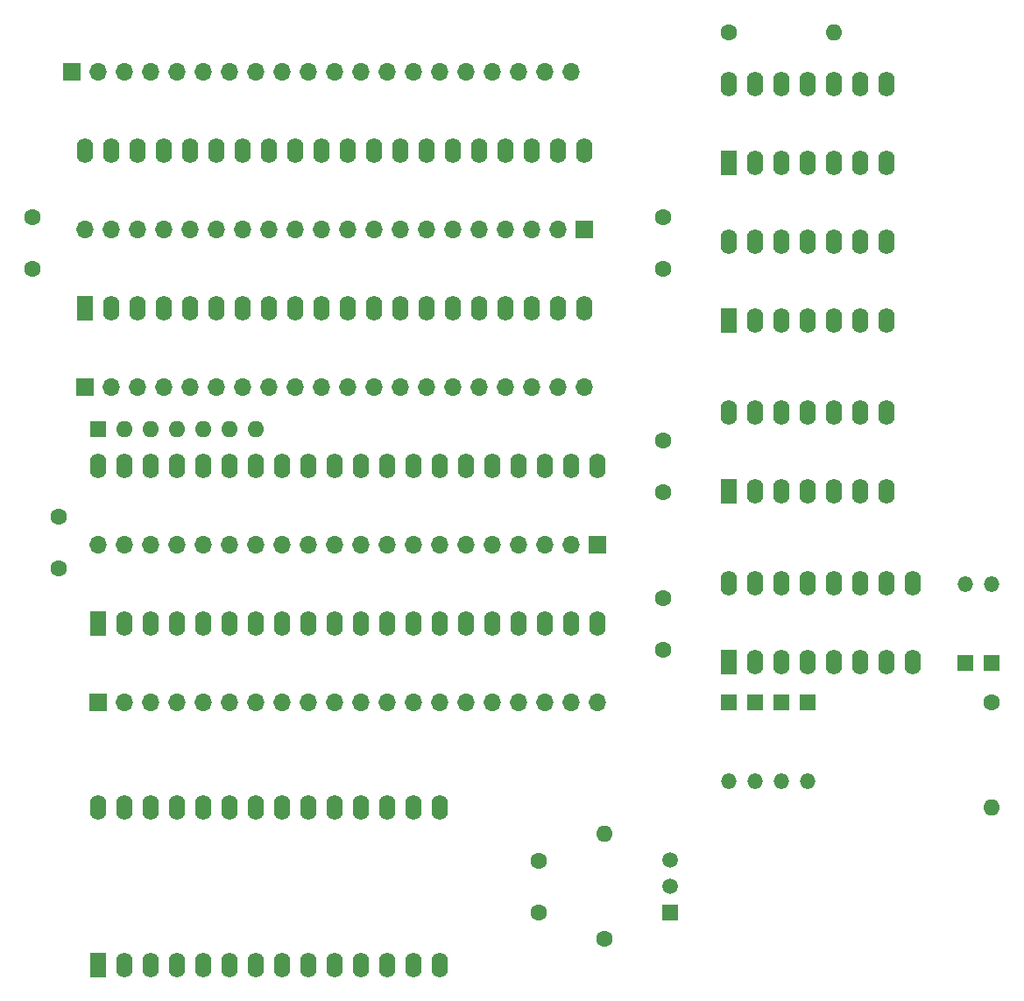
<source format=gbr>
%TF.GenerationSoftware,KiCad,Pcbnew,6.0.4+dfsg-1*%
%TF.CreationDate,2022-04-12T11:54:30+09:30*%
%TF.ProjectId,6530 to 6532 adaptor,36353330-2074-46f2-9036-353332206164,rev?*%
%TF.SameCoordinates,Original*%
%TF.FileFunction,Soldermask,Bot*%
%TF.FilePolarity,Negative*%
%FSLAX46Y46*%
G04 Gerber Fmt 4.6, Leading zero omitted, Abs format (unit mm)*
G04 Created by KiCad (PCBNEW 6.0.4+dfsg-1) date 2022-04-12 11:54:30*
%MOMM*%
%LPD*%
G01*
G04 APERTURE LIST*
%ADD10C,1.600000*%
%ADD11O,1.600000X1.600000*%
%ADD12R,1.600000X2.400000*%
%ADD13O,1.600000X2.400000*%
%ADD14R,1.500000X1.500000*%
%ADD15O,1.500000X1.500000*%
%ADD16C,1.500000*%
%ADD17R,1.600000X1.600000*%
%ADD18R,1.700000X1.700000*%
%ADD19O,1.700000X1.700000*%
G04 APERTURE END LIST*
D10*
%TO.C,R3*%
X208280000Y-101600000D03*
D11*
X208280000Y-111760000D03*
%TD*%
D10*
%TO.C,C1*%
X176530000Y-81280000D03*
X176530000Y-76280000D03*
%TD*%
D12*
%TO.C,U2*%
X120650000Y-63500000D03*
D13*
X123190000Y-63500000D03*
X125730000Y-63500000D03*
X128270000Y-63500000D03*
X130810000Y-63500000D03*
X133350000Y-63500000D03*
X135890000Y-63500000D03*
X138430000Y-63500000D03*
X140970000Y-63500000D03*
X143510000Y-63500000D03*
X146050000Y-63500000D03*
X148590000Y-63500000D03*
X151130000Y-63500000D03*
X153670000Y-63500000D03*
X156210000Y-63500000D03*
X158750000Y-63500000D03*
X161290000Y-63500000D03*
X163830000Y-63500000D03*
X166370000Y-63500000D03*
X168910000Y-63500000D03*
X168910000Y-48260000D03*
X166370000Y-48260000D03*
X163830000Y-48260000D03*
X161290000Y-48260000D03*
X158750000Y-48260000D03*
X156210000Y-48260000D03*
X153670000Y-48260000D03*
X151130000Y-48260000D03*
X148590000Y-48260000D03*
X146050000Y-48260000D03*
X143510000Y-48260000D03*
X140970000Y-48260000D03*
X138430000Y-48260000D03*
X135890000Y-48260000D03*
X133350000Y-48260000D03*
X130810000Y-48260000D03*
X128270000Y-48260000D03*
X125730000Y-48260000D03*
X123190000Y-48260000D03*
X120650000Y-48260000D03*
%TD*%
D10*
%TO.C,R2*%
X182880000Y-36830000D03*
D11*
X193040000Y-36830000D03*
%TD*%
D14*
%TO.C,D5*%
X208280000Y-97790000D03*
D15*
X208280000Y-90170000D03*
%TD*%
D14*
%TO.C,D6*%
X205740000Y-97795000D03*
D15*
X205740000Y-90175000D03*
%TD*%
D14*
%TO.C,Q1*%
X177165000Y-121920000D03*
D16*
X177165000Y-119380000D03*
X177165000Y-116840000D03*
%TD*%
D14*
%TO.C,D2*%
X185420000Y-101600000D03*
D15*
X185420000Y-109220000D03*
%TD*%
D10*
%TO.C,C6*%
X118110000Y-88645000D03*
X118110000Y-83645000D03*
%TD*%
D12*
%TO.C,U4*%
X121920000Y-93980000D03*
D13*
X124460000Y-93980000D03*
X127000000Y-93980000D03*
X129540000Y-93980000D03*
X132080000Y-93980000D03*
X134620000Y-93980000D03*
X137160000Y-93980000D03*
X139700000Y-93980000D03*
X142240000Y-93980000D03*
X144780000Y-93980000D03*
X147320000Y-93980000D03*
X149860000Y-93980000D03*
X152400000Y-93980000D03*
X154940000Y-93980000D03*
X157480000Y-93980000D03*
X160020000Y-93980000D03*
X162560000Y-93980000D03*
X165100000Y-93980000D03*
X167640000Y-93980000D03*
X170180000Y-93980000D03*
X170180000Y-78740000D03*
X167640000Y-78740000D03*
X165100000Y-78740000D03*
X162560000Y-78740000D03*
X160020000Y-78740000D03*
X157480000Y-78740000D03*
X154940000Y-78740000D03*
X152400000Y-78740000D03*
X149860000Y-78740000D03*
X147320000Y-78740000D03*
X144780000Y-78740000D03*
X142240000Y-78740000D03*
X139700000Y-78740000D03*
X137160000Y-78740000D03*
X134620000Y-78740000D03*
X132080000Y-78740000D03*
X129540000Y-78740000D03*
X127000000Y-78740000D03*
X124460000Y-78740000D03*
X121920000Y-78740000D03*
%TD*%
D12*
%TO.C,U6*%
X182875000Y-64760000D03*
D13*
X185415000Y-64760000D03*
X187955000Y-64760000D03*
X190495000Y-64760000D03*
X193035000Y-64760000D03*
X195575000Y-64760000D03*
X198115000Y-64760000D03*
X198115000Y-57140000D03*
X195575000Y-57140000D03*
X193035000Y-57140000D03*
X190495000Y-57140000D03*
X187955000Y-57140000D03*
X185415000Y-57140000D03*
X182875000Y-57140000D03*
%TD*%
D10*
%TO.C,C5*%
X176530000Y-59690000D03*
X176530000Y-54690000D03*
%TD*%
D12*
%TO.C,U10*%
X182875000Y-49520000D03*
D13*
X185415000Y-49520000D03*
X187955000Y-49520000D03*
X190495000Y-49520000D03*
X193035000Y-49520000D03*
X195575000Y-49520000D03*
X198115000Y-49520000D03*
X198115000Y-41900000D03*
X195575000Y-41900000D03*
X193035000Y-41900000D03*
X190495000Y-41900000D03*
X187955000Y-41900000D03*
X185415000Y-41900000D03*
X182875000Y-41900000D03*
%TD*%
D14*
%TO.C,D1*%
X182880000Y-101595000D03*
D15*
X182880000Y-109215000D03*
%TD*%
D10*
%TO.C,C3*%
X176530000Y-91520000D03*
X176530000Y-96520000D03*
%TD*%
%TO.C,C4*%
X115570000Y-59715000D03*
X115570000Y-54715000D03*
%TD*%
D12*
%TO.C,U8*%
X121920000Y-127000000D03*
D13*
X124460000Y-127000000D03*
X127000000Y-127000000D03*
X129540000Y-127000000D03*
X132080000Y-127000000D03*
X134620000Y-127000000D03*
X137160000Y-127000000D03*
X139700000Y-127000000D03*
X142240000Y-127000000D03*
X144780000Y-127000000D03*
X147320000Y-127000000D03*
X149860000Y-127000000D03*
X152400000Y-127000000D03*
X154940000Y-127000000D03*
X154940000Y-111760000D03*
X152400000Y-111760000D03*
X149860000Y-111760000D03*
X147320000Y-111760000D03*
X144780000Y-111760000D03*
X142240000Y-111760000D03*
X139700000Y-111760000D03*
X137160000Y-111760000D03*
X134620000Y-111760000D03*
X132080000Y-111760000D03*
X129540000Y-111760000D03*
X127000000Y-111760000D03*
X124460000Y-111760000D03*
X121920000Y-111760000D03*
%TD*%
D17*
%TO.C,RN1*%
X121920000Y-75184000D03*
D11*
X124460000Y-75184000D03*
X127000000Y-75184000D03*
X129540000Y-75184000D03*
X132080000Y-75184000D03*
X134620000Y-75184000D03*
X137160000Y-75184000D03*
%TD*%
D12*
%TO.C,U9*%
X182870000Y-97775000D03*
D13*
X185410000Y-97775000D03*
X187950000Y-97775000D03*
X190490000Y-97775000D03*
X193030000Y-97775000D03*
X195570000Y-97775000D03*
X198110000Y-97775000D03*
X200650000Y-97775000D03*
X200650000Y-90155000D03*
X198110000Y-90155000D03*
X195570000Y-90155000D03*
X193030000Y-90155000D03*
X190490000Y-90155000D03*
X187950000Y-90155000D03*
X185410000Y-90155000D03*
X182870000Y-90155000D03*
%TD*%
D14*
%TO.C,D4*%
X190500000Y-101595000D03*
D15*
X190500000Y-109215000D03*
%TD*%
D10*
%TO.C,C2*%
X164465000Y-121920000D03*
X164465000Y-116920000D03*
%TD*%
D14*
%TO.C,D3*%
X187960000Y-101595000D03*
D15*
X187960000Y-109215000D03*
%TD*%
D10*
%TO.C,R1*%
X170815000Y-124460000D03*
D11*
X170815000Y-114300000D03*
%TD*%
D12*
%TO.C,U7*%
X182875000Y-81270000D03*
D13*
X185415000Y-81270000D03*
X187955000Y-81270000D03*
X190495000Y-81270000D03*
X193035000Y-81270000D03*
X195575000Y-81270000D03*
X198115000Y-81270000D03*
X198115000Y-73650000D03*
X195575000Y-73650000D03*
X193035000Y-73650000D03*
X190495000Y-73650000D03*
X187955000Y-73650000D03*
X185415000Y-73650000D03*
X182875000Y-73650000D03*
%TD*%
D18*
%TO.C,J5*%
X170170000Y-86355000D03*
D19*
X167630000Y-86355000D03*
X165090000Y-86355000D03*
X162550000Y-86355000D03*
X160010000Y-86355000D03*
X157470000Y-86355000D03*
X154930000Y-86355000D03*
X152390000Y-86355000D03*
X149850000Y-86355000D03*
X147310000Y-86355000D03*
X144770000Y-86355000D03*
X142230000Y-86355000D03*
X139690000Y-86355000D03*
X137150000Y-86355000D03*
X134610000Y-86355000D03*
X132070000Y-86355000D03*
X129530000Y-86355000D03*
X126990000Y-86355000D03*
X124450000Y-86355000D03*
X121910000Y-86355000D03*
%TD*%
D18*
%TO.C,J1*%
X120650000Y-71120000D03*
D19*
X123190000Y-71120000D03*
X125730000Y-71120000D03*
X128270000Y-71120000D03*
X130810000Y-71120000D03*
X133350000Y-71120000D03*
X135890000Y-71120000D03*
X138430000Y-71120000D03*
X140970000Y-71120000D03*
X143510000Y-71120000D03*
X146050000Y-71120000D03*
X148590000Y-71120000D03*
X151130000Y-71120000D03*
X153670000Y-71120000D03*
X156210000Y-71120000D03*
X158750000Y-71120000D03*
X161290000Y-71120000D03*
X163830000Y-71120000D03*
X166370000Y-71120000D03*
X168910000Y-71120000D03*
%TD*%
D18*
%TO.C,J2*%
X168910000Y-55880000D03*
D19*
X166370000Y-55880000D03*
X163830000Y-55880000D03*
X161290000Y-55880000D03*
X158750000Y-55880000D03*
X156210000Y-55880000D03*
X153670000Y-55880000D03*
X151130000Y-55880000D03*
X148590000Y-55880000D03*
X146050000Y-55880000D03*
X143510000Y-55880000D03*
X140970000Y-55880000D03*
X138430000Y-55880000D03*
X135890000Y-55880000D03*
X133350000Y-55880000D03*
X130810000Y-55880000D03*
X128270000Y-55880000D03*
X125730000Y-55880000D03*
X123190000Y-55880000D03*
X120650000Y-55880000D03*
%TD*%
D18*
%TO.C,J3*%
X119380000Y-40640000D03*
D19*
X121920000Y-40640000D03*
X124460000Y-40640000D03*
X127000000Y-40640000D03*
X129540000Y-40640000D03*
X132080000Y-40640000D03*
X134620000Y-40640000D03*
X137160000Y-40640000D03*
X139700000Y-40640000D03*
X142240000Y-40640000D03*
X144780000Y-40640000D03*
X147320000Y-40640000D03*
X149860000Y-40640000D03*
X152400000Y-40640000D03*
X154940000Y-40640000D03*
X157480000Y-40640000D03*
X160020000Y-40640000D03*
X162560000Y-40640000D03*
X165100000Y-40640000D03*
X167640000Y-40640000D03*
%TD*%
D18*
%TO.C,J4*%
X121920000Y-101600000D03*
D19*
X124460000Y-101600000D03*
X127000000Y-101600000D03*
X129540000Y-101600000D03*
X132080000Y-101600000D03*
X134620000Y-101600000D03*
X137160000Y-101600000D03*
X139700000Y-101600000D03*
X142240000Y-101600000D03*
X144780000Y-101600000D03*
X147320000Y-101600000D03*
X149860000Y-101600000D03*
X152400000Y-101600000D03*
X154940000Y-101600000D03*
X157480000Y-101600000D03*
X160020000Y-101600000D03*
X162560000Y-101600000D03*
X165100000Y-101600000D03*
X167640000Y-101600000D03*
X170180000Y-101600000D03*
%TD*%
M02*

</source>
